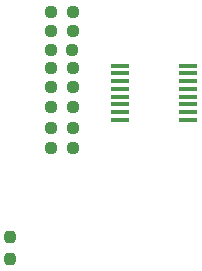
<source format=gbr>
%TF.GenerationSoftware,KiCad,Pcbnew,8.0.7*%
%TF.CreationDate,2024-12-14T18:23:45+03:00*%
%TF.ProjectId,pmod_esp32,706d6f64-5f65-4737-9033-322e6b696361,0.1*%
%TF.SameCoordinates,Original*%
%TF.FileFunction,Paste,Bot*%
%TF.FilePolarity,Positive*%
%FSLAX46Y46*%
G04 Gerber Fmt 4.6, Leading zero omitted, Abs format (unit mm)*
G04 Created by KiCad (PCBNEW 8.0.7) date 2024-12-14 18:23:45*
%MOMM*%
%LPD*%
G01*
G04 APERTURE LIST*
G04 Aperture macros list*
%AMRoundRect*
0 Rectangle with rounded corners*
0 $1 Rounding radius*
0 $2 $3 $4 $5 $6 $7 $8 $9 X,Y pos of 4 corners*
0 Add a 4 corners polygon primitive as box body*
4,1,4,$2,$3,$4,$5,$6,$7,$8,$9,$2,$3,0*
0 Add four circle primitives for the rounded corners*
1,1,$1+$1,$2,$3*
1,1,$1+$1,$4,$5*
1,1,$1+$1,$6,$7*
1,1,$1+$1,$8,$9*
0 Add four rect primitives between the rounded corners*
20,1,$1+$1,$2,$3,$4,$5,0*
20,1,$1+$1,$4,$5,$6,$7,0*
20,1,$1+$1,$6,$7,$8,$9,0*
20,1,$1+$1,$8,$9,$2,$3,0*%
G04 Aperture macros list end*
%ADD10RoundRect,0.237500X-0.250000X-0.237500X0.250000X-0.237500X0.250000X0.237500X-0.250000X0.237500X0*%
%ADD11RoundRect,0.237500X-0.237500X0.250000X-0.237500X-0.250000X0.237500X-0.250000X0.237500X0.250000X0*%
%ADD12RoundRect,0.051250X-0.718750X-0.153750X0.718750X-0.153750X0.718750X0.153750X-0.718750X0.153750X0*%
G04 APERTURE END LIST*
D10*
%TO.C,R21*%
X197987500Y-48800000D03*
X199812500Y-48800000D03*
%TD*%
%TO.C,R20*%
X197987500Y-38900000D03*
X199812500Y-38900000D03*
%TD*%
%TO.C,R17*%
X197987500Y-42100000D03*
X199812500Y-42100000D03*
%TD*%
D11*
%TO.C,R2*%
X194550000Y-56387500D03*
X194550000Y-58212500D03*
%TD*%
D12*
%TO.C,U2*%
X203810000Y-46425000D03*
X203810000Y-45775000D03*
X203810000Y-45125000D03*
X203810000Y-44475000D03*
X203810000Y-43825000D03*
X203810000Y-43175000D03*
X203810000Y-42525000D03*
X203810000Y-41875000D03*
X209590000Y-41875000D03*
X209590000Y-42525000D03*
X209590000Y-43175000D03*
X209590000Y-43825000D03*
X209590000Y-44475000D03*
X209590000Y-45125000D03*
X209590000Y-45775000D03*
X209590000Y-46425000D03*
%TD*%
D10*
%TO.C,R22*%
X198000000Y-37300000D03*
X199825000Y-37300000D03*
%TD*%
%TO.C,R18*%
X197975000Y-40500000D03*
X199800000Y-40500000D03*
%TD*%
%TO.C,R19*%
X197987500Y-45350000D03*
X199812500Y-45350000D03*
%TD*%
%TO.C,R16*%
X197987500Y-43650000D03*
X199812500Y-43650000D03*
%TD*%
%TO.C,R15*%
X197987500Y-47100000D03*
X199812500Y-47100000D03*
%TD*%
M02*

</source>
